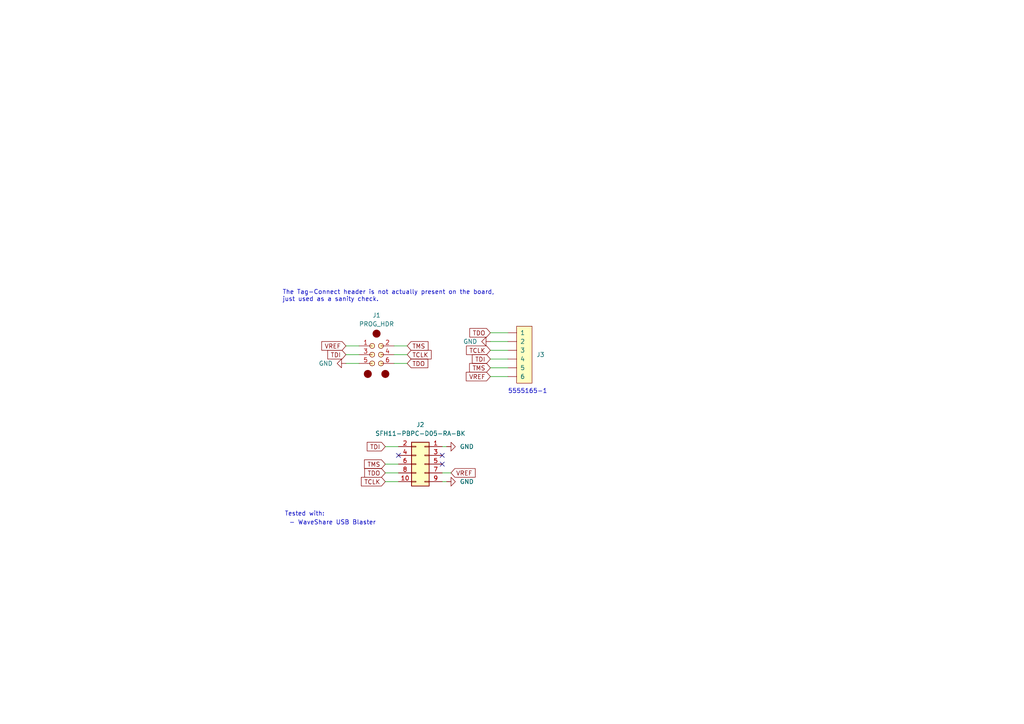
<source format=kicad_sch>
(kicad_sch (version 20230121) (generator eeschema)
  (paper "A4")
  (lib_symbols
    (symbol "Connector_Generic:Conn_02x05_Odd_Even" (pin_names (offset 1.016) hide)
      (property "Reference" "J" (at 1.27 7.62 0))
      (property "Value" "Conn_02x05_Odd_Even" (at 1.27 -7.62 0))
      (symbol "Conn_02x05_Odd_Even_1_1"
        (rectangle (start -1.27 -4.953) (end 0 -5.207) (stroke (width 0.1524)))
        (rectangle (start -1.27 -2.413) (end 0 -2.667) (stroke (width 0.1524)))
        (rectangle (start -1.27 0.127) (end 0 -0.127) (stroke (width 0.1524)))
        (rectangle (start -1.27 2.667) (end 0 2.413) (stroke (width 0.1524)))
        (rectangle (start -1.27 5.207) (end 0 4.953) (stroke (width 0.1524)))
        (rectangle (start -1.27 6.35) (end 3.81 -6.35) (stroke (width 0.254)) (fill (type background)))
        (rectangle (start 3.81 -4.953) (end 2.54 -5.207) (stroke (width 0.1524)))
        (rectangle (start 3.81 -2.413) (end 2.54 -2.667) (stroke (width 0.1524)))
        (rectangle (start 3.81 0.127) (end 2.54 -0.127) (stroke (width 0.1524)))
        (rectangle (start 3.81 2.667) (end 2.54 2.413) (stroke (width 0.1524)))
        (rectangle (start 3.81 5.207) (end 2.54 4.953) (stroke (width 0.1524)))
        (pin passive line (at -5.08 5.08 0) (length 3.81) (name "Pin_1") (number "1"))
        (pin passive line (at 7.62 -5.08 180) (length 3.81) (name "Pin_10") (number "10"))
        (pin passive line (at 7.62 5.08 180) (length 3.81) (name "Pin_2") (number "2"))
        (pin passive line (at -5.08 2.54 0) (length 3.81) (name "Pin_3") (number "3"))
        (pin passive line (at 7.62 2.54 180) (length 3.81) (name "Pin_4") (number "4"))
        (pin passive line (at -5.08 0 0) (length 3.81) (name "Pin_5") (number "5"))
        (pin passive line (at 7.62 0 180) (length 3.81) (name "Pin_6") (number "6"))
        (pin passive line (at -5.08 -2.54 0) (length 3.81) (name "Pin_7") (number "7"))
        (pin passive line (at 7.62 -2.54 180) (length 3.81) (name "Pin_8") (number "8"))
        (pin passive line (at -5.08 -5.08 0) (length 3.81) (name "Pin_9") (number "9"))
      )
    )
    (symbol "biolite-kicad-lib:CONN_6" (pin_numbers hide) (pin_names (offset 1.016))
      (property "Reference" "J" (at -2.54 9.525 0))
      (symbol "CONN_6_0_1"
        (rectangle (start -2.54 8.255) (end 1.905 -8.255) (fill (type background)))
      )
      (symbol "CONN_6_1_1"
        (pin passive line (at -5.08 6.35 0) (length 2.54) (name "1") (number "1"))
        (pin passive line (at -5.08 3.81 0) (length 2.54) (name "2") (number "2"))
        (pin passive line (at -5.08 1.27 0) (length 2.54) (name "3") (number "3"))
        (pin passive line (at -5.08 -1.27 0) (length 2.54) (name "4") (number "4"))
        (pin passive line (at -5.08 -3.81 0) (length 2.54) (name "5") (number "5"))
        (pin passive line (at -5.08 -6.35 0) (length 2.54) (name "6") (number "6"))
      )
    )
    (symbol "biolite-kicad-lib:GND" (power) (pin_numbers hide) (pin_names (offset 0) hide)
      (property "Value" "GND" (at 0 -2.54 0))
      (symbol "GND_0_1"
        (polyline (pts (xy -1.27 0) (xy 0 -1.27) (xy 1.27 0) (xy -1.27 0)))
      )
      (symbol "GND_1_1"
        (pin power_in line (at 0 1.27 270) (length 1.27) (name "GND") (number "1"))
      )
    )
    (symbol "biolite-kicad-lib:TC2030_Prog_Hdr" (pin_names (offset 1.016) hide)
      (property "Reference" "J1" (at 1.27 7.62 0))
      (property "Value" "PROG_HDR" (at 1.27 5.08 0))
      (symbol "TC2030_Prog_Hdr_1_1"
        (circle (center -1.27 -5.588) (radius 1.0776) (fill (type outline)))
        (circle (center 0 -2.54) (radius 0.7184) (fill (type background)))
        (circle (center 0 0) (radius 0.7184) (fill (type background)))
        (circle (center 0 2.54) (radius 0.7184) (fill (type background)))
        (circle (center 1.27 6.096) (radius 1.0776) (fill (type outline)))
        (circle (center 2.54 -2.54) (radius 0.7184) (fill (type background)))
        (circle (center 2.54 0) (radius 0.7184) (fill (type background)))
        (circle (center 2.54 2.54) (radius 0.7184) (fill (type background)))
        (circle (center 3.81 -5.588) (radius 1.0776) (fill (type outline)))
        (pin passive line (at -3.81 2.54 0) (length 3.81) (name "Pin_1") (number "1"))
        (pin passive line (at 6.35 2.54 180) (length 3.81) (name "Pin_2") (number "2"))
        (pin passive line (at -3.81 0 0) (length 3.81) (name "Pin_3") (number "3"))
        (pin passive line (at 6.35 0 180) (length 3.81) (name "Pin_4") (number "4"))
        (pin passive line (at -3.81 -2.54 0) (length 3.81) (name "Pin_5") (number "5"))
        (pin passive line (at 6.35 -2.54 180) (length 3.81) (name "Pin_6") (number "6"))
      )
    )
  )
  (no_connect (at 115.57 132.08))
  (no_connect (at 128.27 134.62))
  (no_connect (at 128.27 132.08))
  (wire (pts (xy 142.24 96.52) (xy 147.32 96.52)))
  (wire (pts (xy 100.33 100.33) (xy 104.14 100.33)))
  (wire (pts (xy 142.24 109.22) (xy 147.32 109.22)))
  (wire (pts (xy 118.11 102.87) (xy 114.3 102.87)))
  (wire (pts (xy 118.11 100.33) (xy 114.3 100.33)))
  (wire (pts (xy 111.76 134.62) (xy 115.57 134.62)))
  (wire (pts (xy 142.24 106.68) (xy 147.32 106.68)))
  (wire (pts (xy 100.33 102.87) (xy 104.14 102.87)))
  (wire (pts (xy 128.27 137.16) (xy 130.81 137.16)))
  (wire (pts (xy 142.24 101.6) (xy 147.32 101.6)))
  (wire (pts (xy 142.24 104.14) (xy 147.32 104.14)))
  (wire (pts (xy 118.11 105.41) (xy 114.3 105.41)))
  (wire (pts (xy 129.54 129.54) (xy 128.27 129.54)))
  (wire (pts (xy 111.76 137.16) (xy 115.57 137.16)))
  (wire (pts (xy 111.76 129.54) (xy 115.57 129.54)))
  (wire (pts (xy 142.24 99.06) (xy 147.32 99.06)))
  (wire (pts (xy 129.54 139.7) (xy 128.27 139.7)))
  (wire (pts (xy 100.33 105.41) (xy 104.14 105.41)))
  (wire (pts (xy 111.76 139.7) (xy 115.57 139.7)))
  (text "Tested with:" (at 82.55 149.86 0) (effects (font (size 1.27 1.27)) (justify left bottom)))
  (text "- WaveShare USB Blaster" (at 83.82 152.4 0) (effects (font (size 1.27 1.27)) (justify left bottom)))
  (text "5555165-1" (at 147.32 114.3 0) (effects (font (size 1.27 1.27)) (justify left bottom)))
  (text "The Tag-Connect header is not actually present on the board,\njust used as a sanity check." (at 81.915 87.63 0) (effects (font (size 1.27 1.27)) (justify left bottom)))
  (global_label "VREF" (shape input) (at 142.24 109.22 180) (property "Intersheetrefs" "${INTERSHEET_REFS}" (effects hide)))
  (global_label "TCLK" (shape input) (at 118.11 102.87 0) (property "Intersheetrefs" "${INTERSHEET_REFS}" (effects hide)))
  (global_label "TMS" (shape input) (at 111.76 134.62 180) (property "Intersheetrefs" "${INTERSHEET_REFS}" (effects hide)))
  (global_label "TCLK" (shape input) (at 142.24 101.6 180) (property "Intersheetrefs" "${INTERSHEET_REFS}" (effects hide)))
  (global_label "TDI" (shape input) (at 142.24 104.14 180) (property "Intersheetrefs" "${INTERSHEET_REFS}" (effects hide)))
  (global_label "TDO" (shape input) (at 111.76 137.16 180) (property "Intersheetrefs" "${INTERSHEET_REFS}" (effects hide)))
  (global_label "TDI" (shape input) (at 100.33 102.87 180) (property "Intersheetrefs" "${INTERSHEET_REFS}" (effects hide)))
  (global_label "TDI" (shape input) (at 111.76 129.54 180) (property "Intersheetrefs" "${INTERSHEET_REFS}" (effects hide)))
  (global_label "TDO" (shape input) (at 142.24 96.52 180) (property "Intersheetrefs" "${INTERSHEET_REFS}" (effects hide)))
  (global_label "TDO" (shape input) (at 118.11 105.41 0) (property "Intersheetrefs" "${INTERSHEET_REFS}" (effects hide)))
  (global_label "TMS" (shape input) (at 142.24 106.68 180) (property "Intersheetrefs" "${INTERSHEET_REFS}" (effects hide)))
  (global_label "VREF" (shape input) (at 130.81 137.16 0) (property "Intersheetrefs" "${INTERSHEET_REFS}" (effects hide)))
  (global_label "TCLK" (shape input) (at 111.76 139.7 180) (property "Intersheetrefs" "${INTERSHEET_REFS}" (effects hide)))
  (global_label "VREF" (shape input) (at 100.33 100.33 180) (property "Intersheetrefs" "${INTERSHEET_REFS}" (effects hide)))
  (global_label "TMS" (shape input) (at 118.11 100.33 0) (property "Intersheetrefs" "${INTERSHEET_REFS}" (effects hide)))
  (symbol (lib_id "biolite-kicad-lib:GND") (at 140.97 99.06 270) (unit 1)
    (property "Reference" "#PWR02" (effects hide))
    (property "Value" "GND" (at 138.43 99.06 90) (effects (justify right)))
  )
  (symbol (lib_id "biolite-kicad-lib:CONN_6") (at 152.4 102.87 0) (unit 1)
    (property "Reference" "J3" (at 155.575 102.87 0) (effects (justify left)))
    (property "Value" "5555165-1" (effects hide))
    (property "Footprint" "biolite-kicad-lib:CONN_RJ12" (effects hide))
    (property "Datasheet" "https://www.te.com/commerce/DocumentDelivery/DDEController?Action=srchrtrv&DocNm=1-1773464-9_MODULAR_JACKS&DocType=Data+Sheet&DocLang=English&DocFormat=pdf&PartCntxt=5555165-1" (effects hide))
  )
  (symbol (lib_id "biolite-kicad-lib:GND") (at 130.81 139.7 90) (unit 1)
    (property "Reference" "#PWR01" (effects hide))
    (property "Value" "GND" (at 133.35 139.7 90) (effects (justify right)))
  )
  (symbol (lib_id "Connector_Generic:Conn_02x05_Odd_Even") (at 123.19 134.62 0) (mirror y) (unit 1)
    (property "Reference" "J2" (at 121.92 123.19 0))
    (property "Value" "SFH11-PBPC-D05-RA-BK" (at 121.92 125.73 0))
    (property "Footprint" "Connector_IDC:IDC-Header_2x05_P2.54mm_Horizontal" (effects hide))
    (property "Datasheet" "https://s3.amazonaws.com/catalogspreads-pdf/PAGE123%20.100%20SFH11%20SERIES%20FEMALE%20HDR%20ST%20RA.pdf" (effects hide))
  )
  (symbol (lib_id "biolite-kicad-lib:GND") (at 99.06 105.41 270) (unit 1)
    (property "Reference" "#PWR03" (effects hide))
    (property "Value" "GND" (at 96.52 105.41 90) (effects (justify right)))
  )
  (symbol (lib_id "biolite-kicad-lib:TC2030_Prog_Hdr") (at 107.95 102.87 0) (unit 1) (in_bom no) (on_board no)
    (property "Reference" "J1" (at 109.22 91.44 0))
    (property "Value" "PROG_HDR" (at 109.22 93.98 0))
    (property "Footprint" "biolite-kicad-lib:CONN_TC2030-IDC-NL" (effects hide))
    (property "Datasheet" "n/a" (effects hide))
    (property "DNP" "Y" (effects hide))
  )
  (symbol (lib_id "biolite-kicad-lib:GND") (at 130.81 129.54 90) (unit 1)
    (property "Reference" "#PWR04" (effects hide))
    (property "Value" "GND" (at 133.35 129.54 90) (effects (justify right)))
  )
)
</source>
